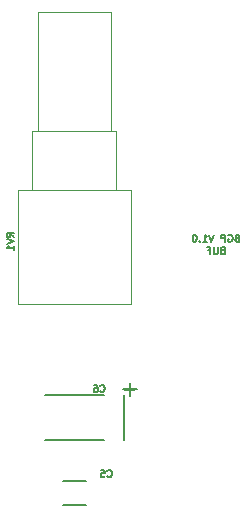
<source format=gbo>
%TF.GenerationSoftware,KiCad,Pcbnew,4.0.7*%
%TF.CreationDate,2018-01-11T21:07:36+11:00*%
%TF.ProjectId,A_BND_BUF,415F424E445F4255462E6B696361645F,rev?*%
%TF.FileFunction,Legend,Bot*%
%FSLAX46Y46*%
G04 Gerber Fmt 4.6, Leading zero omitted, Abs format (unit mm)*
G04 Created by KiCad (PCBNEW 4.0.7) date 01/11/18 21:07:36*
%MOMM*%
%LPD*%
G01*
G04 APERTURE LIST*
%ADD10C,0.100000*%
%ADD11C,0.150000*%
%ADD12C,0.120000*%
G04 APERTURE END LIST*
D10*
D11*
X164757143Y-69032143D02*
X164671429Y-69060714D01*
X164642857Y-69089286D01*
X164614286Y-69146429D01*
X164614286Y-69232143D01*
X164642857Y-69289286D01*
X164671429Y-69317857D01*
X164728571Y-69346429D01*
X164957143Y-69346429D01*
X164957143Y-68746429D01*
X164757143Y-68746429D01*
X164700000Y-68775000D01*
X164671429Y-68803571D01*
X164642857Y-68860714D01*
X164642857Y-68917857D01*
X164671429Y-68975000D01*
X164700000Y-69003571D01*
X164757143Y-69032143D01*
X164957143Y-69032143D01*
X164042857Y-68775000D02*
X164100000Y-68746429D01*
X164185714Y-68746429D01*
X164271429Y-68775000D01*
X164328571Y-68832143D01*
X164357143Y-68889286D01*
X164385714Y-69003571D01*
X164385714Y-69089286D01*
X164357143Y-69203571D01*
X164328571Y-69260714D01*
X164271429Y-69317857D01*
X164185714Y-69346429D01*
X164128571Y-69346429D01*
X164042857Y-69317857D01*
X164014286Y-69289286D01*
X164014286Y-69089286D01*
X164128571Y-69089286D01*
X163757143Y-69346429D02*
X163757143Y-68746429D01*
X163528571Y-68746429D01*
X163471429Y-68775000D01*
X163442857Y-68803571D01*
X163414286Y-68860714D01*
X163414286Y-68946429D01*
X163442857Y-69003571D01*
X163471429Y-69032143D01*
X163528571Y-69060714D01*
X163757143Y-69060714D01*
X162785714Y-68746429D02*
X162585714Y-69346429D01*
X162385714Y-68746429D01*
X161871428Y-69346429D02*
X162214285Y-69346429D01*
X162042857Y-69346429D02*
X162042857Y-68746429D01*
X162100000Y-68832143D01*
X162157142Y-68889286D01*
X162214285Y-68917857D01*
X161614285Y-69289286D02*
X161585713Y-69317857D01*
X161614285Y-69346429D01*
X161642856Y-69317857D01*
X161614285Y-69289286D01*
X161614285Y-69346429D01*
X161214285Y-68746429D02*
X161157142Y-68746429D01*
X161099999Y-68775000D01*
X161071428Y-68803571D01*
X161042857Y-68860714D01*
X161014285Y-68975000D01*
X161014285Y-69117857D01*
X161042857Y-69232143D01*
X161071428Y-69289286D01*
X161099999Y-69317857D01*
X161157142Y-69346429D01*
X161214285Y-69346429D01*
X161271428Y-69317857D01*
X161299999Y-69289286D01*
X161328571Y-69232143D01*
X161357142Y-69117857D01*
X161357142Y-68975000D01*
X161328571Y-68860714D01*
X161299999Y-68803571D01*
X161271428Y-68775000D01*
X161214285Y-68746429D01*
X163528571Y-70082143D02*
X163442857Y-70110714D01*
X163414285Y-70139286D01*
X163385714Y-70196429D01*
X163385714Y-70282143D01*
X163414285Y-70339286D01*
X163442857Y-70367857D01*
X163499999Y-70396429D01*
X163728571Y-70396429D01*
X163728571Y-69796429D01*
X163528571Y-69796429D01*
X163471428Y-69825000D01*
X163442857Y-69853571D01*
X163414285Y-69910714D01*
X163414285Y-69967857D01*
X163442857Y-70025000D01*
X163471428Y-70053571D01*
X163528571Y-70082143D01*
X163728571Y-70082143D01*
X163128571Y-69796429D02*
X163128571Y-70282143D01*
X163099999Y-70339286D01*
X163071428Y-70367857D01*
X163014285Y-70396429D01*
X162899999Y-70396429D01*
X162842857Y-70367857D01*
X162814285Y-70339286D01*
X162785714Y-70282143D01*
X162785714Y-69796429D01*
X162300000Y-70082143D02*
X162500000Y-70082143D01*
X162500000Y-70396429D02*
X162500000Y-69796429D01*
X162214286Y-69796429D01*
D12*
X155810000Y-74610000D02*
X155810000Y-64940000D01*
X146190000Y-74610000D02*
X146190000Y-64940000D01*
X155810000Y-74610000D02*
X146190000Y-74610000D01*
X155810000Y-64940000D02*
X146190000Y-64940000D01*
X154560000Y-64940000D02*
X154560000Y-59940000D01*
X147440000Y-64940000D02*
X147440000Y-59940000D01*
X154560000Y-64940000D02*
X147440000Y-64940000D01*
X154560000Y-59940000D02*
X147440000Y-59940000D01*
X154060000Y-59940000D02*
X154060000Y-49940000D01*
X147940000Y-59940000D02*
X147940000Y-49940000D01*
X154060000Y-59940000D02*
X147940000Y-59940000D01*
X154060000Y-49940000D02*
X147940000Y-49940000D01*
D11*
X155201160Y-82300080D02*
X155201160Y-86099920D01*
X148500640Y-82300080D02*
X153499360Y-82300080D01*
X148503180Y-86099920D02*
X153501900Y-86099920D01*
X155704080Y-81296780D02*
X155704080Y-82396600D01*
X156303520Y-81797160D02*
X155104640Y-81797160D01*
X150000000Y-89575000D02*
X152000000Y-89575000D01*
X152000000Y-91625000D02*
X150000000Y-91625000D01*
X145871429Y-68942857D02*
X145585714Y-68742857D01*
X145871429Y-68600000D02*
X145271429Y-68600000D01*
X145271429Y-68828572D01*
X145300000Y-68885714D01*
X145328571Y-68914286D01*
X145385714Y-68942857D01*
X145471429Y-68942857D01*
X145528571Y-68914286D01*
X145557143Y-68885714D01*
X145585714Y-68828572D01*
X145585714Y-68600000D01*
X145271429Y-69114286D02*
X145871429Y-69314286D01*
X145271429Y-69514286D01*
X145871429Y-70028572D02*
X145871429Y-69685715D01*
X145871429Y-69857143D02*
X145271429Y-69857143D01*
X145357143Y-69800000D01*
X145414286Y-69742858D01*
X145442857Y-69685715D01*
X153200000Y-82014286D02*
X153228571Y-82042857D01*
X153314285Y-82071429D01*
X153371428Y-82071429D01*
X153457143Y-82042857D01*
X153514285Y-81985714D01*
X153542857Y-81928571D01*
X153571428Y-81814286D01*
X153571428Y-81728571D01*
X153542857Y-81614286D01*
X153514285Y-81557143D01*
X153457143Y-81500000D01*
X153371428Y-81471429D01*
X153314285Y-81471429D01*
X153228571Y-81500000D01*
X153200000Y-81528571D01*
X152685714Y-81471429D02*
X152800000Y-81471429D01*
X152857143Y-81500000D01*
X152885714Y-81528571D01*
X152942857Y-81614286D01*
X152971428Y-81728571D01*
X152971428Y-81957143D01*
X152942857Y-82014286D01*
X152914285Y-82042857D01*
X152857143Y-82071429D01*
X152742857Y-82071429D01*
X152685714Y-82042857D01*
X152657143Y-82014286D01*
X152628571Y-81957143D01*
X152628571Y-81814286D01*
X152657143Y-81757143D01*
X152685714Y-81728571D01*
X152742857Y-81700000D01*
X152857143Y-81700000D01*
X152914285Y-81728571D01*
X152942857Y-81757143D01*
X152971428Y-81814286D01*
X156082492Y-81871129D02*
X155320587Y-81871129D01*
X155701539Y-82252081D02*
X155701539Y-81490176D01*
X153800000Y-89214286D02*
X153828571Y-89242857D01*
X153914285Y-89271429D01*
X153971428Y-89271429D01*
X154057143Y-89242857D01*
X154114285Y-89185714D01*
X154142857Y-89128571D01*
X154171428Y-89014286D01*
X154171428Y-88928571D01*
X154142857Y-88814286D01*
X154114285Y-88757143D01*
X154057143Y-88700000D01*
X153971428Y-88671429D01*
X153914285Y-88671429D01*
X153828571Y-88700000D01*
X153800000Y-88728571D01*
X153257143Y-88671429D02*
X153542857Y-88671429D01*
X153571428Y-88957143D01*
X153542857Y-88928571D01*
X153485714Y-88900000D01*
X153342857Y-88900000D01*
X153285714Y-88928571D01*
X153257143Y-88957143D01*
X153228571Y-89014286D01*
X153228571Y-89157143D01*
X153257143Y-89214286D01*
X153285714Y-89242857D01*
X153342857Y-89271429D01*
X153485714Y-89271429D01*
X153542857Y-89242857D01*
X153571428Y-89214286D01*
M02*

</source>
